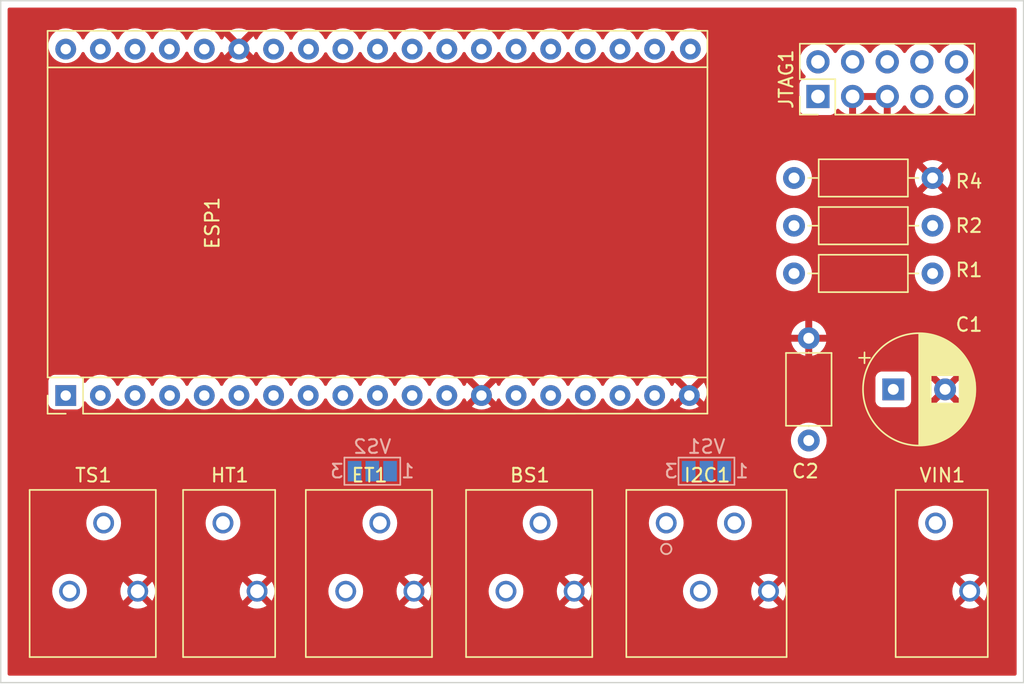
<source format=kicad_pcb>
(kicad_pcb (version 20211014) (generator pcbnew)
  (layers (0 "F.Cu" signal) (31 "B.Cu" signal) (34 "B.Paste" user) (35 "F.Paste" user) (36 "B.SilkS" user "B.Silkscreen") (37 "F.SilkS" user "F.Silkscreen") (38 "B.Mask" user) (39 "F.Mask" user) (44 "Edge.Cuts" user))
  (net 0 "")
  (net 1 "IO16")
  (net 2 "+3V3")
  (net 3 "GND")
  (net 7 "TDO")
  (net 8 "IO2")
  (net 14 "IO19")
  (net 15 "SDA")
  (net 18 "SCL")
  (net 20 "RST")
  (net 24 "IO25")
  (net 27 "TMS")
  (net 28 "TDI")
  (net 29 "TCK")
  (net 33 "+5V")
  (net 34 "Net-(I2C1-Pad3)")
  (net 37 "Net-(ET1-Pad2)")
  (footprint "Connector_Wago:250-402" (layer "F.Cu") (at 116.3001 113.3)
    (fp_text reference "HT1" (at 0.5 -3.5) (layer "F.SilkS"))
    (fp_text value "Conn_01x02")
    (fp_line (start 3.826901 -2.427001) (end -2.927101 -2.427001) (layer "F.SilkS") (width 0.12))
    (fp_line (start -2.927101 -2.427001) (end -2.927101 9.826999) (layer "F.SilkS") (width 0.12))
    (fp_line (start 3.826901 9.826999) (end 3.826901 -2.427001) (layer "F.SilkS") (width 0.12))
    (fp_line (start -2.927101 9.826999) (end 3.826901 9.826999) (layer "F.SilkS") (width 0.12))
    (pad "1" thru_hole circle (at 0 0) (size 1.524 1.524) (drill 1.016) (layers *.Cu *.Mask) (net 14 "IO19"))
    (pad "2" thru_hole circle (at 2.5 5) (size 1.524 1.524) (drill 1.016) (layers *.Cu *.Mask) (net 3 "GND"))
  )
  (footprint "Capacitor_THT:C_Axial_L5.1mm_D3.1mm_P7.50mm_Horizontal" (layer "F.Cu") (at 159.25 107.25 90)
    (fp_text reference "C2" (at -2.25 -0.25 180) (layer "F.SilkS"))
    (fp_text value "100 nF")
    (fp_line (start 1.08 1.67) (end 6.42 1.67) (layer "F.SilkS") (width 0.12))
    (fp_line (start 6.42 -1.67) (end 1.08 -1.67) (layer "F.SilkS") (width 0.12))
    (fp_line (start 1.08 -1.67) (end 1.08 1.67) (layer "F.SilkS") (width 0.12))
    (fp_line (start 6.42 1.67) (end 6.42 -1.67) (layer "F.SilkS") (width 0.12))
    (fp_line (start 1.04 0) (end 1.08 0) (layer "F.SilkS") (width 0.12))
    (fp_line (start 6.46 0) (end 6.42 0) (layer "F.SilkS") (width 0.12))
    (pad "1" thru_hole circle locked (at 0 0 90) (size 1.6 1.6) (drill 0.8) (layers *.Cu *.Mask) (net 33 "+5V"))
    (pad "2" thru_hole oval locked (at 7.5 0 90) (size 1.6 1.6) (drill 0.8) (layers *.Cu *.Mask) (net 3 "GND"))
  )
  (footprint "Connector_Wago:250-403" (layer "F.Cu") (at 125.3001 118.3)
    (fp_text reference "ET1" (at 1.75 -8.5) (layer "F.SilkS"))
    (fp_text value "Conn_01x03")
    (fp_line (start -2.927099 4.826998) (end 6.326899 4.826998) (layer "F.SilkS") (width 0.12))
    (fp_line (start -2.927099 -7.427001) (end -2.927099 4.826998) (layer "F.SilkS") (width 0.12))
    (fp_line (start 6.326899 4.826998) (end 6.326899 -7.427001) (layer "F.SilkS") (width 0.12))
    (fp_line (start 6.326899 -7.427001) (end -2.927099 -7.427001) (layer "F.SilkS") (width 0.12))
    (pad "1" thru_hole circle (at 0 0) (size 1.524 1.524) (drill 1.016) (layers *.Cu *.Mask) (net 24 "IO25"))
    (pad "2" thru_hole circle (at 2.5 -5) (size 1.524 1.524) (drill 1.016) (layers *.Cu *.Mask) (net 37 "Net-(ET1-Pad2)"))
    (pad "3" thru_hole circle (at 5 0) (size 1.524 1.524) (drill 1.016) (layers *.Cu *.Mask) (net 3 "GND"))
  )
  (footprint "Resistor_THT:R_Axial_DIN0207_L6.3mm_D2.5mm_P10.16mm_Horizontal" (layer "F.Cu") (at 158.17 95)
    (fp_text reference "R1" (at 12.83 -0.25) (layer "F.SilkS"))
    (fp_text value "4K7 Ω")
    (fp_line (start 9.12 0) (end 8.35 0) (layer "F.SilkS") (width 0.12))
    (fp_line (start 8.35 1.37) (end 8.35 -1.37) (layer "F.SilkS") (width 0.12))
    (fp_line (start 1.81 -1.37) (end 1.81 1.37) (layer "F.SilkS") (width 0.12))
    (fp_line (start 1.04 0) (end 1.81 0) (layer "F.SilkS") (width 0.12))
    (fp_line (start 1.81 1.37) (end 8.35 1.37) (layer "F.SilkS") (width 0.12))
    (fp_line (start 8.35 -1.37) (end 1.81 -1.37) (layer "F.SilkS") (width 0.12))
    (pad "1" thru_hole circle locked (at 0 0) (size 1.6 1.6) (drill 0.8) (layers *.Cu *.Mask) (net 18 "SCL"))
    (pad "2" thru_hole oval locked (at 10.16 0) (size 1.6 1.6) (drill 0.8) (layers *.Cu *.Mask) (net 34 "Net-(I2C1-Pad3)"))
  )
  (footprint "Connector_Wago:250-403" (layer "F.Cu") (at 105.0501 118.3)
    (fp_text reference "TS1" (at 1.75 -8.5) (layer "F.SilkS"))
    (fp_text value "Conn_01x03")
    (fp_line (start -2.927099 -7.427001) (end -2.927099 4.826998) (layer "F.SilkS") (width 0.12))
    (fp_line (start -2.927099 4.826998) (end 6.326899 4.826998) (layer "F.SilkS") (width 0.12))
    (fp_line (start 6.326899 -7.427001) (end -2.927099 -7.427001) (layer "F.SilkS") (width 0.12))
    (fp_line (start 6.326899 4.826998) (end 6.326899 -7.427001) (layer "F.SilkS") (width 0.12))
    (pad "1" thru_hole circle (at 0 0) (size 1.524 1.524) (drill 1.016) (layers *.Cu *.Mask) (net 8 "IO2"))
    (pad "2" thru_hole circle (at 2.5 -5) (size 1.524 1.524) (drill 1.016) (layers *.Cu *.Mask) (net 2 "+3V3"))
    (pad "3" thru_hole circle (at 5 0) (size 1.524 1.524) (drill 1.016) (layers *.Cu *.Mask) (net 3 "GND"))
  )
  (footprint "Resistor_THT:R_Axial_DIN0207_L6.3mm_D2.5mm_P10.16mm_Horizontal" (layer "F.Cu") (at 168.33 88 180)
    (fp_text reference "R4" (at -2.67 -0.25) (layer "F.SilkS"))
    (fp_text value "51K Ω")
    (fp_line (start 8.35 1.37) (end 8.35 -1.37) (layer "F.SilkS") (width 0.12))
    (fp_line (start 1.04 0) (end 1.81 0) (layer "F.SilkS") (width 0.12))
    (fp_line (start 1.81 1.37) (end 8.35 1.37) (layer "F.SilkS") (width 0.12))
    (fp_line (start 8.35 -1.37) (end 1.81 -1.37) (layer "F.SilkS") (width 0.12))
    (fp_line (start 9.12 0) (end 8.35 0) (layer "F.SilkS") (width 0.12))
    (fp_line (start 1.81 -1.37) (end 1.81 1.37) (layer "F.SilkS") (width 0.12))
    (pad "1" thru_hole circle locked (at 0 0 180) (size 1.6 1.6) (drill 0.8) (layers *.Cu *.Mask) (net 3 "GND"))
    (pad "2" thru_hole oval locked (at 10.16 0 180) (size 1.6 1.6) (drill 0.8) (layers *.Cu *.Mask) (net 1 "IO16"))
  )
  (footprint "Connector_Wago:250-402" (layer "F.Cu") (at 168.5501 113.3)
    (fp_text reference "VIN1" (at 0.5 -3.5) (layer "F.SilkS"))
    (fp_text value "Conn_01x02")
    (fp_line (start -2.927101 9.826999) (end 3.826901 9.826999) (layer "F.SilkS") (width 0.12))
    (fp_line (start -2.927101 -2.427001) (end -2.927101 9.826999) (layer "F.SilkS") (width 0.12))
    (fp_line (start 3.826901 9.826999) (end 3.826901 -2.427001) (layer "F.SilkS") (width 0.12))
    (fp_line (start 3.826901 -2.427001) (end -2.927101 -2.427001) (layer "F.SilkS") (width 0.12))
    (pad "1" thru_hole circle (at 0 0) (size 1.524 1.524) (drill 1.016) (layers *.Cu *.Mask) (net 33 "+5V"))
    (pad "2" thru_hole circle (at 2.5 5) (size 1.524 1.524) (drill 1.016) (layers *.Cu *.Mask) (net 3 "GND"))
  )
  (footprint "Connector_Wago:250-403" (layer "F.Cu") (at 137.0501 118.3)
    (fp_text reference "BS1" (at 1.75 -8.5) (layer "F.SilkS"))
    (fp_text value "Conn_01x03")
    (fp_line (start 6.326899 -7.427001) (end -2.927099 -7.427001) (layer "F.SilkS") (width 0.12))
    (fp_line (start -2.927099 -7.427001) (end -2.927099 4.826998) (layer "F.SilkS") (width 0.12))
    (fp_line (start -2.927099 4.826998) (end 6.326899 4.826998) (layer "F.SilkS") (width 0.12))
    (fp_line (start 6.326899 4.826998) (end 6.326899 -7.427001) (layer "F.SilkS") (width 0.12))
    (pad "1" thru_hole circle (at 0 0) (size 1.524 1.524) (drill 1.016) (layers *.Cu *.Mask) (net 1 "IO16"))
    (pad "2" thru_hole circle (at 2.5 -5) (size 1.524 1.524) (drill 1.016) (layers *.Cu *.Mask) (net 2 "+3V3"))
    (pad "3" thru_hole circle (at 5 0) (size 1.524 1.524) (drill 1.016) (layers *.Cu *.Mask) (net 3 "GND"))
  )
  (footprint "Module:NodeMCU DevKitC v4" (layer "F.Cu") (at 104.77 103.9525 90)
    (fp_text reference "ESP1" (at 12.65 10.75 90) (layer "F.SilkS"))
    (fp_text value "NodeMCU_DevKitC_v4")
    (fp_line (start 0 -1.33) (end -1.33 -1.33) (layer "F.SilkS") (width 0.12))
    (fp_line (start -1.33 -1.33) (end -1.33 0) (layer "F.SilkS") (width 0.12))
    (fp_line (start 1.33 -1.33) (end 26.74 -1.33) (layer "F.SilkS") (width 0.12))
    (fp_line (start -1.325 47.05) (end -1.33 1.27) (layer "F.SilkS") (width 0.12))
    (fp_line (start 26.745 47.05) (end -1.325 47.05) (layer "F.SilkS") (width 0.12))
    (fp_line (start 26.74 -1.33) (end 26.745 47.05) (layer "F.SilkS") (width 0.12))
    (fp_line (start -1.33 1.27) (end 1.33 1.27) (layer "F.SilkS") (width 0.12))
    (fp_line (start 1.33 -1.33) (end 1.33 47.025) (layer "F.SilkS") (width 0.12))
    (fp_line (start 24.075 47.05) (end 24.06 -1.33) (layer "F.SilkS") (width 0.12))
    (pad "1" thru_hole rect (at 0 0 90) (size 1.524 1.524) (drill 0.762) (layers *.Cu *.Mask))
    (pad "2" thru_hole circle (at 0 2.54 90) (size 1.524 1.524) (drill 0.762) (layers *.Cu *.Mask))
    (pad "3" thru_hole circle (at 0 5.08 90) (size 1.524 1.524) (drill 0.762) (layers *.Cu *.Mask))
    (pad "4" thru_hole circle (at 0 7.62 90) (size 1.524 1.524) (drill 0.762) (layers *.Cu *.Mask) (net 7 "TDO"))
    (pad "5" thru_hole circle (at 0 10.16 90) (size 1.524 1.524) (drill 0.762) (layers *.Cu *.Mask) (net 8 "IO2"))
    (pad "6" thru_hole circle (at 0 12.7 90) (size 1.524 1.524) (drill 0.762) (layers *.Cu *.Mask))
    (pad "7" thru_hole circle (at 0 15.24 90) (size 1.524 1.524) (drill 0.762) (layers *.Cu *.Mask))
    (pad "8" thru_hole circle (at 0 17.78 90) (size 1.524 1.524) (drill 0.762) (layers *.Cu *.Mask) (net 1 "IO16"))
    (pad "9" thru_hole circle (at 0 20.32 90) (size 1.524 1.524) (drill 0.762) (layers *.Cu *.Mask))
    (pad "10" thru_hole circle (at 0 22.86 90) (size 1.524 1.524) (drill 0.762) (layers *.Cu *.Mask))
    (pad "11" thru_hole circle (at 0 25.4 90) (size 1.524 1.524) (drill 0.762) (layers *.Cu *.Mask))
    (pad "12" thru_hole circle (at 0 27.94 90) (size 1.524 1.524) (drill 0.762) (layers *.Cu *.Mask) (net 14 "IO19"))
    (pad "13" thru_hole circle (at 0 30.48 90) (size 1.524 1.524) (drill 0.762) (layers *.Cu *.Mask) (net 3 "GND"))
    (pad "14" thru_hole circle (at 0 33.02 90) (size 1.524 1.524) (drill 0.762) (layers *.Cu *.Mask) (net 15 "SDA"))
    (pad "15" thru_hole circle (at 0 35.56 90) (size 1.524 1.524) (drill 0.762) (layers *.Cu *.Mask))
    (pad "16" thru_hole circle (at 0 38.1 90) (size 1.524 1.524) (drill 0.762) (layers *.Cu *.Mask))
    (pad "17" thru_hole circle (at 0 40.64 90) (size 1.524 1.524) (drill 0.762) (layers *.Cu *.Mask) (net 18 "SCL"))
    (pad "18" thru_hole circle (at 0 43.18 90) (size 1.524 1.524) (drill 0.762) (layers *.Cu *.Mask))
    (pad "19" thru_hole circle (at 0 45.72 90) (size 1.524 1.524) (drill 0.762) (layers *.Cu *.Mask) (net 3 "GND"))
    (pad "20" thru_hole circle (at 25.4 45.8 90) (size 1.524 1.524) (drill 0.762) (layers *.Cu *.Mask) (net 2 "+3V3"))
    (pad "21" thru_hole circle (at 25.4 43.18 90) (size 1.524 1.524) (drill 0.762) (layers *.Cu *.Mask) (net 20 "RST"))
    (pad "22" thru_hole circle (at 25.4 40.64 90) (size 1.524 1.524) (drill 0.762) (layers *.Cu *.Mask))
    (pad "23" thru_hole circle (at 25.4 38.1 90) (size 1.524 1.524) (drill 0.762) (layers *.Cu *.Mask))
    (pad "24" thru_hole circle (at 25.4 35.56 90) (size 1.524 1.524) (drill 0.762) (layers *.Cu *.Mask))
    (pad "25" thru_hole circle (at 25.4 33.02 90) (size 1.524 1.524) (drill 0.762) (layers *.Cu *.Mask))
    (pad "26" thru_hole circle (at 25.4 30.48 90) (size 1.524 1.524) (drill 0.762) (layers *.Cu *.Mask))
    (pad "27" thru_hole circle (at 25.4 27.94 90) (size 1.524 1.524) (drill 0.762) (layers *.Cu *.Mask))
    (pad "28" thru_hole circle (at 25.4 25.4 90) (size 1.524 1.524) (drill 0.762) (layers *.Cu *.Mask) (net 24 "IO25"))
    (pad "29" thru_hole circle (at 25.4 22.86 90) (size 1.524 1.524) (drill 0.762) (layers *.Cu *.Mask))
    (pad "30" thru_hole circle (at 25.4 20.32 90) (size 1.524 1.524) (drill 0.762) (layers *.Cu *.Mask))
    (pad "31" thru_hole circle (at 25.4 17.8 90) (size 1.524 1.524) (drill 0.762) (layers *.Cu *.Mask) (net 27 "TMS"))
    (pad "32" thru_hole circle (at 25.4 15.24 90) (size 1.524 1.524) (drill 0.762) (layers *.Cu *.Mask) (net 28 "TDI"))
    (pad "33" thru_hole circle (at 25.4 12.7 90) (size 1.524 1.524) (drill 0.762) (layers *.Cu *.Mask) (net 3 "GND"))
    (pad "34" thru_hole circle (at 25.4 10.16 90) (size 1.524 1.524) (drill 0.762) (layers *.Cu *.Mask) (net 29 "TCK"))
    (pad "35" thru_hole circle (at 25.4 7.6 90) (size 1.524 1.524) (drill 0.762) (layers *.Cu *.Mask))
    (pad "36" thru_hole circle (at 25.4 5.08 90) (size 1.524 1.524) (drill 0.762) (layers *.Cu *.Mask))
    (pad "37" thru_hole circle (at 25.4 2.54 90) (size 1.524 1.524) (drill 0.762) (layers *.Cu *.Mask))
    (pad "38" thru_hole circle (at 25.4 0 90) (size 1.524 1.524) (drill 0.762) (layers *.Cu *.Mask) (net 33 "+5V"))
  )
  (footprint "Capacitor_THT:CP_Radial_D8.0mm_P3.80mm" (layer "F.Cu") (at 165.4473 103.5)
    (fp_text reference "C1" (at 5.552651 -4.75) (layer "F.SilkS"))
    (fp_text value "220 μF")
    (fp_line (start 3.101 1.04) (end 3.101 3.902) (layer "F.SilkS") (width 0.12))
    (fp_line (start 4.421 -3.22) (end 4.421 -1.04) (layer "F.SilkS") (width 0.12))
    (fp_line (start 2.781 1.04) (end 2.781 3.985) (layer "F.SilkS") (width 0.12))
    (fp_line (start 3.381 1.04) (end 3.381 3.805) (layer "F.SilkS") (width 0.12))
    (fp_line (start 4.021 -3.493) (end 4.021 -1.04) (layer "F.SilkS") (width 0.12))
    (fp_line (start 4.261 -3.338) (end 4.261 -1.04) (layer "F.SilkS") (width 0.12))
    (fp_line (start 3.741 1.04) (end 3.741 3.647) (layer "F.SilkS") (width 0.12))
    (fp_line (start 4.301 1.04) (end 4.301 3.309) (layer "F.SilkS") (width 0.12))
    (fp_line (start 3.901 -3.562) (end 3.901 -1.04) (layer "F.SilkS") (width 0.12))
    (fp_line (start 2.42 -4.048) (end 2.42 4.048) (layer "F.SilkS") (width 0.12))
    (fp_line (start 5.061 -2.604) (end 5.061 2.604) (layer "F.SilkS") (width 0.12))
    (fp_line (start 2.1 -4.076) (end 2.1 4.076) (layer "F.SilkS") (width 0.12))
    (fp_line (start 3.021 1.04) (end 3.021 3.925) (layer "F.SilkS") (width 0.12))
    (fp_line (start 5.421 -2.102) (end 5.421 2.102) (layer "F.SilkS") (width 0.12))
    (fp_line (start 4.221 1.04) (end 4.221 3.365) (layer "F.SilkS") (width 0.12))
    (fp_line (start 5.381 -2.166) (end 5.381 2.166) (layer "F.SilkS") (width 0.12))
    (fp_line (start 5.741 -1.453) (end 5.741 1.453) (layer "F.SilkS") (width 0.12))
    (fp_line (start 2.981 -3.936) (end 2.981 -1.04) (layer "F.SilkS") (width 0.12))
    (fp_line (start 3.101 -3.902) (end 3.101 -1.04) (layer "F.SilkS") (width 0.12))
    (fp_line (start 3.861 -3.584) (end 3.861 -1.04) (layer "F.SilkS") (width 0.12))
    (fp_line (start 4.741 1.04) (end 4.741 2.945) (layer "F.SilkS") (width 0.12))
    (fp_line (start 2.621 -4.017) (end 2.621 4.017) (layer "F.SilkS") (width 0.12))
    (fp_line (start 3.701 1.04) (end 3.701 3.666) (layer "F.SilkS") (width 0.12))
    (fp_line (start 2.3 -4.061) (end 2.3 4.061) (layer "F.SilkS") (width 0.12))
    (fp_line (start 5.461 -2.034) (end 5.461 2.034) (layer "F.SilkS") (width 0.12))
    (fp_line (start 2.22 -4.068) (end 2.22 4.068) (layer "F.SilkS") (width 0.12))
    (fp_line (start 1.98 -4.08) (end 1.98 4.08) (layer "F.SilkS") (width 0.12))
    (fp_line (start 4.381 -3.25) (end 4.381 -1.04) (layer "F.SilkS") (width 0.12))
    (fp_line (start 2.901 -3.957) (end 2.901 -1.04) (layer "F.SilkS") (width 0.12))
    (fp_line (start 4.821 1.04) (end 4.821 2.867) (layer "F.SilkS") (width 0.12))
    (fp_line (start 5.181 -2.454) (end 5.181 2.454) (layer "F.SilkS") (width 0.12))
    (fp_line (start 3.621 -3.704) (end 3.621 -1.04) (layer "F.SilkS") (width 0.12))
    (fp_line (start 4.021 1.04) (end 4.021 3.493) (layer "F.SilkS") (width 0.12))
    (fp_line (start 3.301 -3.835) (end 3.301 -1.04) (layer "F.SilkS") (width 0.12))
    (fp_line (start 3.261 -3.85) (end 3.261 -1.04) (layer "F.SilkS") (width 0.12))
    (fp_line (start 4.141 -3.418) (end 4.141 -1.04) (layer "F.SilkS") (width 0.12))
    (fp_line (start 3.781 1.04) (end 3.781 3.627) (layer "F.SilkS") (width 0.12))
    (fp_line (start 4.741 -2.945) (end 4.741 -1.04) (layer "F.SilkS") (width 0.12))
    (fp_line (start 3.661 1.04) (end 3.661 3.686) (layer "F.SilkS") (width 0.12))
    (fp_line (start 2.02 -4.079) (end 2.02 4.079) (layer "F.SilkS") (width 0.12))
    (fp_line (start 3.901 1.04) (end 3.901 3.562) (layer "F.SilkS") (width 0.12))
    (fp_line (start 3.221 -3.863) (end 3.221 -1.04) (layer "F.SilkS") (width 0.12))
    (fp_line (start 5.021 -2.651) (end 5.021 2.651) (layer "F.SilkS") (width 0.12))
    (fp_line (start 3.261 1.04) (end 3.261 3.85) (layer "F.SilkS") (width 0.12))
    (fp_line (start 3.381 -3.805) (end 3.381 -1.04) (layer "F.SilkS") (width 0.12))
    (fp_line (start 3.661 -3.686) (end 3.661 -1.04) (layer "F.SilkS") (width 0.12))
    (fp_line (start 3.941 1.04) (end 3.941 3.54) (layer "F.SilkS") (width 0.12))
    (fp_line (start 4.341 -3.28) (end 4.341 -1.04) (layer "F.SilkS") (width 0.12))
    (fp_line (start 4.501 1.04) (end 4.501 3.156) (layer "F.SilkS") (width 0.12))
    (fp_line (start 3.181 -3.877) (end 3.181 -1.04) (layer "F.SilkS") (width 0.12))
    (fp_line (start 4.661 1.04) (end 4.661 3.019) (layer "F.SilkS") (width 0.12))
    (fp_line (start 5.901 -0.948) (end 5.901 0.948) (layer "F.SilkS") (width 0.12))
    (fp_line (start 4.701 1.04) (end 4.701 2.983) (layer "F.SilkS") (width 0.12))
    (fp_line (start 5.941 -0.768) (end 5.941 0.768) (layer "F.SilkS") (width 0.12))
    (fp_line (start 3.301 1.04) (end 3.301 3.835) (layer "F.SilkS") (width 0.12))
    (fp_line (start 5.341 -2.228) (end 5.341 2.228) (layer "F.SilkS") (width 0.12))
    (fp_line (start 2.901 1.04) (end 2.901 3.957) (layer "F.SilkS") (width 0.12))
    (fp_line (start 5.141 -2.505) (end 5.141 2.505) (layer "F.SilkS") (width 0.12))
    (fp_line (start 5.781 -1.346) (end 5.781 1.346) (layer "F.SilkS") (width 0.12))
    (fp_line (start 4.861 -2.826) (end 4.861 2.826) (layer "F.SilkS") (width 0.12))
    (fp_line (start 5.261 -2.345) (end 5.261 2.345) (layer "F.SilkS") (width 0.12))
    (fp_line (start 2.661 -4.01) (end 2.661 4.01) (layer "F.SilkS") (width 0.12))
    (fp_line (start 4.061 -3.469) (end 4.061 -1.04) (layer "F.SilkS") (width 0.12))
    (fp_line (start 4.541 1.04) (end 4.541 3.124) (layer "F.SilkS") (width 0.12))
    (fp_line (start -2.509698 -2.315) (end -1.709698 -2.315) (layer "F.SilkS") (width 0.12))
    (fp_line (start 3.421 -3.79) (end 3.421 -1.04) (layer "F.SilkS") (width 0.12))
    (fp_line (start -2.109698 -2.715) (end -2.109698 -1.915) (layer "F.SilkS") (width 0.12))
    (fp_line (start 2.14 -4.074) (end 2.14 4.074) (layer "F.SilkS") (width 0.12))
    (fp_line (start 5.701 -1.552) (end 5.701 1.552) (layer "F.SilkS") (width 0.12))
    (fp_line (start 4.341 1.04) (end 4.341 3.28) (layer "F.SilkS") (width 0.12))
    (fp_line (start 3.501 1.04) (end 3.501 3.757) (layer "F.SilkS") (width 0.12))
    (fp_line (start 4.581 -3.09) (end 4.581 -1.04) (layer "F.SilkS") (width 0.12))
    (fp_line (start 3.541 -3.74) (end 3.541 -1.04) (layer "F.SilkS") (width 0.12))
    (fp_line (start 4.541 -3.124) (end 4.541 -1.04) (layer "F.SilkS") (width 0.12))
    (fp_line (start 3.821 -3.606) (end 3.821 -1.04) (layer "F.SilkS") (width 0.12))
    (fp_line (start 2.701 -4.002) (end 2.701 4.002) (layer "F.SilkS") (width 0.12))
    (fp_line (start 4.181 1.04) (end 4.181 3.392) (layer "F.SilkS") (width 0.12))
    (fp_line (start 2.54 -4.03) (end 2.54 4.03) (layer "F.SilkS") (width 0.12))
    (fp_line (start 2.46 -4.042) (end 2.46 4.042) (layer "F.SilkS") (width 0.12))
    (fp_line (start 4.621 1.04) (end 4.621 3.055) (layer "F.SilkS") (width 0.12))
    (fp_line (start 2.5 -4.037) (end 2.5 4.037) (layer "F.SilkS") (width 0.12))
    (fp_line (start 1.94 -4.08) (end 1.94 4.08) (layer "F.SilkS") (width 0.12))
    (fp_line (start 4.381 1.04) (end 4.381 3.25) (layer "F.SilkS") (width 0.12))
    (fp_line (start 3.541 1.04) (end 3.541 3.74) (layer "F.SilkS") (width 0.12))
    (fp_line (start 5.301 -2.287) (end 5.301 2.287) (layer "F.SilkS") (width 0.12))
    (fp_line (start 2.34 -4.057) (end 2.34 4.057) (layer "F.SilkS") (width 0.12))
    (fp_line (start 3.341 1.04) (end 3.341 3.821) (layer "F.SilkS") (width 0.12))
    (fp_line (start 3.061 -3.914) (end 3.061 -1.04) (layer "F.SilkS") (width 0.12))
    (fp_line (start 5.861 -1.098) (end 5.861 1.098) (layer "F.SilkS") (width 0.12))
    (fp_line (start 3.861 1.04) (end 3.861 3.584) (layer "F.SilkS") (width 0.12))
    (fp_line (start 4.461 1.04) (end 4.461 3.189) (layer "F.SilkS") (width 0.12))
    (fp_line (start 2.58 -4.024) (end 2.58 4.024) (layer "F.SilkS") (width 0.12))
    (fp_line (start 5.541 -1.89) (end 5.541 1.89) (layer "F.SilkS") (width 0.12))
    (fp_line (start 4.981 -2.697) (end 4.981 2.697) (layer "F.SilkS") (width 0.12))
    (fp_line (start 2.941 -3.947) (end 2.941 -1.04) (layer "F.SilkS") (width 0.12))
    (fp_line (start 3.501 -3.757) (end 3.501 -1.04) (layer "F.SilkS") (width 0.12))
    (fp_line (start 3.221 1.04) (end 3.221 3.863) (layer "F.SilkS") (width 0.12))
    (fp_line (start 5.101 -2.556) (end 5.101 2.556) (layer "F.SilkS") (width 0.12))
    (fp_line (start 4.261 1.04) (end 4.261 3.338) (layer "F.SilkS") (width 0.12))
    (fp_line (start 2.06 -4.077) (end 2.06 4.077) (layer "F.SilkS") (width 0.12))
    (fp_line (start 4.661 -3.019) (end 4.661 -1.04) (layer "F.SilkS") (width 0.12))
    (fp_line (start 4.461 -3.189) (end 4.461 -1.04) (layer "F.SilkS") (width 0.12))
    (fp_line (start 3.781 -3.627) (end 3.781 -1.04) (layer "F.SilkS") (width 0.12))
    (fp_line (start 3.341 -3.821) (end 3.341 -1.04) (layer "F.SilkS") (width 0.12))
    (fp_line (start 2.781 -3.985) (end 2.781 -1.04) (layer "F.SilkS") (width 0.12))
    (fp_line (start 4.301 -3.309) (end 4.301 -1.04) (layer "F.SilkS") (width 0.12))
    (fp_line (start 2.18 -4.071) (end 2.18 4.071) (layer "F.SilkS") (width 0.12))
    (fp_line (start 4.181 -3.392) (end 4.181 -1.04) (layer "F.SilkS") (width 0.12))
    (fp_line (start 3.821 1.04) (end 3.821 3.606) (layer "F.SilkS") (width 0.12))
    (fp_line (start 3.981 1.04) (end 3.981 3.517) (layer "F.SilkS") (width 0.12))
    (fp_line (start 4.781 -2.907) (end 4.781 -1.04) (layer "F.SilkS") (width 0.12))
    (fp_line (start 4.941 -2.741) (end 4.941 2.741) (layer "F.SilkS") (width 0.12))
    (fp_line (start 3.581 -3.722) (end 3.581 -1.04) (layer "F.SilkS") (width 0.12))
    (fp_line (start 5.821 -1.229) (end 5.821 1.229) (layer "F.SilkS") (width 0.12))
    (fp_line (start 4.781 1.04) (end 4.781 2.907) (layer "F.SilkS") (width 0.12))
    (fp_line (start 3.741 -3.647) (end 3.741 -1.04) (layer "F.SilkS") (width 0.12))
    (fp_line (start 4.621 -3.055) (end 4.621 -1.04) (layer "F.SilkS") (width 0.12))
    (fp_line (start 4.421 1.04) (end 4.421 3.22) (layer "F.SilkS") (width 0.12))
    (fp_line (start 2.38 -4.052) (end 2.38 4.052) (layer "F.SilkS") (width 0.12))
    (fp_line (start 5.581 -1.813) (end 5.581 1.813) (layer "F.SilkS") (width 0.12))
    (fp_line (start 2.26 -4.065) (end 2.26 4.065) (layer "F.SilkS") (width 0.12))
    (fp_line (start 4.101 -3.444) (end 4.101 -1.04) (layer "F.SilkS") (width 0.12))
    (fp_line (start 4.821 -2.867) (end 4.821 -1.04) (layer "F.SilkS") (width 0.12))
    (fp_line (start 3.581 1.04) (end 3.581 3.722) (layer "F.SilkS") (width 0.12))
    (fp_line (start 4.581 1.04) (end 4.581 3.09) (layer "F.SilkS") (width 0.12))
    (fp_line (start 3.941 -3.54) (end 3.941 -1.04) (layer "F.SilkS") (width 0.12))
    (fp_line (start 5.501 -1.964) (end 5.501 1.964) (layer "F.SilkS") (width 0.12))
    (fp_line (start 3.701 -3.666) (end 3.701 -1.04) (layer "F.SilkS") (width 0.12))
    (fp_line (start 4.061 1.04) (end 4.061 3.469) (layer "F.SilkS") (width 0.12))
    (fp_line (start 3.461 1.04) (end 3.461 3.774) (layer "F.SilkS") (width 0.12))
    (fp_line (start 5.981 -0.533) (end 5.981 0.533) (layer "F.SilkS") (width 0.12))
    (fp_line (start 3.141 -3.889) (end 3.141 -1.04) (layer "F.SilkS") (width 0.12))
    (fp_line (start 3.621 1.04) (end 3.621 3.704) (layer "F.SilkS") (width 0.12))
    (fp_line (start 2.821 1.04) (end 2.821 3.976) (layer "F.SilkS") (width 0.12))
    (fp_line (start 3.061 1.04) (end 3.061 3.914) (layer "F.SilkS") (width 0.12))
    (fp_line (start 2.941 1.04) (end 2.941 3.947) (layer "F.SilkS") (width 0.12))
    (fp_line (start 2.981 1.04) (end 2.981 3.936) (layer "F.SilkS") (width 0.12))
    (fp_line (start 5.221 -2.4) (end 5.221 2.4) (layer "F.SilkS") (width 0.12))
    (fp_line (start 2.821 -3.976) (end 2.821 -1.04) (layer "F.SilkS") (width 0.12))
    (fp_line (start 3.141 1.04) (end 3.141 3.889) (layer "F.SilkS") (width 0.12))
    (fp_line (start 5.621 -1.731) (end 5.621 1.731) (layer "F.SilkS") (width 0.12))
    (fp_line (start 4.141 1.04) (end 4.141 3.418) (layer "F.SilkS") (width 0.12))
    (fp_line (start 1.9 -4.08) (end 1.9 4.08) (layer "F.SilkS") (width 0.12))
    (fp_line (start 2.861 1.04) (end 2.861 3.967) (layer "F.SilkS") (width 0.12))
    (fp_line (start 4.901 -2.784) (end 4.901 2.784) (layer "F.SilkS") (width 0.12))
    (fp_line (start 2.861 -3.967) (end 2.861 -1.04) (layer "F.SilkS") (width 0.12))
    (fp_line (start 3.421 1.04) (end 3.421 3.79) (layer "F.SilkS") (width 0.12))
    (fp_line (start 3.021 -3.925) (end 3.021 -1.04) (layer "F.SilkS") (width 0.12))
    (fp_line (start 5.661 -1.645) (end 5.661 1.645) (layer "F.SilkS") (width 0.12))
    (fp_line (start 4.221 -3.365) (end 4.221 -1.04) (layer "F.SilkS") (width 0.12))
    (fp_line (start 4.701 -2.983) (end 4.701 -1.04) (layer "F.SilkS") (width 0.12))
    (fp_line (start 2.741 -3.994) (end 2.741 3.994) (layer "F.SilkS") (width 0.12))
    (fp_line (start 4.501 -3.156) (end 4.501 -1.04) (layer "F.SilkS") (width 0.12))
    (fp_line (start 3.981 -3.517) (end 3.981 -1.04) (layer "F.SilkS") (width 0.12))
    (fp_line (start 4.101 1.04) (end 4.101 3.444) (layer "F.SilkS") (width 0.12))
    (fp_line (start 3.461 -3.774) (end 3.461 -1.04) (layer "F.SilkS") (width 0.12))
    (fp_line (start 3.181 1.04) (end 3.181 3.877) (layer "F.SilkS") (width 0.12))
    (fp_circle (center 1.9 0) (end 6.02 0) (layer "F.SilkS") (width 0.12) (fill none))
    (pad "1" thru_hole rect locked (at 0 0) (size 1.6 1.6) (drill 0.8) (layers *.Cu *.Mask) (net 33 "+5V"))
    (pad "2" thru_hole circle locked (at 3.8 0) (size 1.6 1.6) (drill 0.8) (layers *.Cu *.Mask) (net 3 "GND"))
  )
  (footprint "Connector_PinHeader_2.54mm:PinHeader_2x05_P2.54mm_Vertical" (layer "F.Cu") (at 159.925 82.025 90)
    (fp_text reference "JTAG1" (at 1.27 -2.33 90) (layer "F.SilkS"))
    (fp_text value "Conn_ARM_JTAG_SWD_10")
    (fp_line (start -1.33 0) (end -1.33 -1.33) (layer "F.SilkS") (width 0.12))
    (fp_line (start -1.33 -1.33) (end 0 -1.33) (layer "F.SilkS") (width 0.12))
    (fp_line (start -1.33 11.49) (end 3.87 11.49) (layer "F.SilkS") (width 0.12))
    (fp_line (start -1.33 1.27) (end -1.33 11.49) (layer "F.SilkS") (width 0.12))
    (fp_line (start -1.33 1.27) (end 1.27 1.27) (layer "F.SilkS") (width 0.12))
    (fp_line (start 1.27 -1.33) (end 3.87 -1.33) (layer "F.SilkS") (width 0.12))
    (fp_line (start 3.87 -1.33) (end 3.87 11.49) (layer "F.SilkS") (width 0.12))
    (fp_line (start 1.27 1.27) (end 1.27 -1.33) (layer "F.SilkS") (width 0.12))
    (pad "1" thru_hole rect locked (at 0 0 90) (size 1.7 1.7) (drill 1) (layers *.Cu *.Mask) (net 2 "+3V3"))
    (pad "2" thru_hole oval locked (at 2.54 0 90) (size 1.7 1.7) (drill 1) (layers *.Cu *.Mask) (net 27 "TMS"))
    (pad "3" thru_hole oval locked (at 0 2.54 90) (size 1.7 1.7) (drill 1) (layers *.Cu *.Mask) (net 3 "GND"))
    (pad "4" thru_hole oval locked (at 2.54 2.54 90) (size 1.7 1.7) (drill 1) (layers *.Cu *.Mask) (net 29 "TCK"))
    (pad "5" thru_hole oval locked (at 0 5.08 90) (size 1.7 1.7) (drill 1) (layers *.Cu *.Mask) (net 3 "GND"))
    (pad "6" thru_hole oval locked (at 2.54 5.08 90) (size 1.7 1.7) (drill 1) (layers *.Cu *.Mask) (net 7 "TDO"))
    (pad "7" thru_hole oval locked (at 0 7.62 90) (size 1.7 1.7) (drill 1) (layers *.Cu *.Mask))
    (pad "8" thru_hole oval locked (at 2.54 7.62 90) (size 1.7 1.7) (drill 1) (layers *.Cu *.Mask) (net 28 "TDI"))
    (pad "9" thru_hole oval locked (at 0 10.16 90) (size 1.7 1.7) (drill 1) (layers *.Cu *.Mask))
    (pad "10" thru_hole oval locked (at 2.54 10.16 90) (size 1.7 1.7) (drill 1) (layers *.Cu *.Mask) (net 20 "RST"))
  )
  (footprint "Connector_Wago:250-404" (layer "F.Cu") (at 148.8001 113.3)
    (fp_text reference "I2C1" (at 3 -3.5) (layer "F.SilkS"))
    (fp_text value "Conn_01x04")
    (fp_circle (center 0 1.9) (end 0.381 1.9) (layer "B.SilkS") (width 0.12) (fill none))
    (fp_line (start -2.927098 -2.427001) (end -2.927098 9.826999) (layer "F.SilkS") (width 0.12))
    (fp_line (start 8.826899 -2.427001) (end -2.927098 -2.427001) (layer "F.SilkS") (width 0.12))
    (fp_line (start -2.927098 9.826999) (end 8.826899 9.826999) (layer "F.SilkS") (width 0.12))
    (fp_line (start 8.826899 9.826999) (end 8.826899 -2.427001) (layer "F.SilkS") (width 0.12))
    (fp_circle (center 0 1.9) (end 0.381 1.9) (layer "F.SilkS") (width 0.12) (fill none))
    (pad "1" thru_hole circle (at 0 0) (size 1.524 1.524) (drill 1.016) (layers *.Cu *.Mask) (net 18 "SCL"))
    (pad "2" thru_hole circle (at 2.5 5) (size 1.524 1.524) (drill 1.016) (layers *.Cu *.Mask) (net 15 "SDA"))
    (pad "3" thru_hole circle (at 5 0) (size 1.524 1.524) (drill 1.016) (layers *.Cu *.Mask) (net 34 "Net-(I2C1-Pad3)"))
    (pad "4" thru_hole circle (at 7.5 5) (size 1.524 1.524) (drill 1.016) (layers *.Cu *.Mask) (net 3 "GND"))
  )
  (footprint "Resistor_THT:R_Axial_DIN0207_L6.3mm_D2.5mm_P10.16mm_Horizontal" (layer "F.Cu") (at 158.17 91.5)
    (fp_text reference "R2" (at 12.83 0) (layer "F.SilkS"))
    (fp_text value "4K7 Ω")
    (fp_line (start 9.12 0) (end 8.35 0) (layer "F.SilkS") (width 0.12))
    (fp_line (start 8.35 -1.37) (end 1.81 -1.37) (layer "F.SilkS") (width 0.12))
    (fp_line (start 8.35 1.37) (end 8.35 -1.37) (layer "F.SilkS") (width 0.12))
    (fp_line (start 1.04 0) (end 1.81 0) (layer "F.SilkS") (width 0.12))
    (fp_line (start 1.81 -1.37) (end 1.81 1.37) (layer "F.SilkS") (width 0.12))
    (fp_line (start 1.81 1.37) (end 8.35 1.37) (layer "F.SilkS") (width 0.12))
    (pad "1" thru_hole circle locked (at 0 0) (size 1.6 1.6) (drill 0.8) (layers *.Cu *.Mask) (net 15 "SDA"))
    (pad "2" thru_hole oval locked (at 10.16 0) (size 1.6 1.6) (drill 0.8) (layers *.Cu *.Mask) (net 34 "Net-(I2C1-Pad3)"))
  )
  (footprint "Jumper:SolderJumper-3_P1.3mm_Open_Pad1.0x1.5mm_NumberLabels" (layer "B.Cu") (at 151.75 109.5 180)
    (fp_text reference "VS1" (at 0 1.8) (layer "B.SilkS") (effects (justify mirror)))
    (fp_text value "Voltage Jumper")
    (fp_text user "1" (at -2.6 0) (layer "B.SilkS") (effects (justify mirror)))
    (fp_text user "3" (at 2.6 0) (layer "B.SilkS") (effects (justify mirror)))
    (fp_line (start -2.05 1) (end 2.05 1) (layer "B.SilkS") (width 0.12))
    (fp_line (start 2.05 1) (end 2.05 -1) (layer "B.SilkS") (width 0.12))
    (fp_line (start 2.05 -1) (end -2.05 -1) (layer "B.SilkS") (width 0.12))
    (fp_line (start -2.05 -1) (end -2.05 1) (layer "B.SilkS") (width 0.12))
    (pad "1" smd rect locked (at -1.3 0 180) (size 1 1.5) (layers "B.Cu" "B.Mask") (net 2 "+3V3"))
    (pad "2" smd rect locked (at 0 0 180) (size 1 1.5) (layers "B.Cu" "B.Mask") (net 34 "Net-(I2C1-Pad3)"))
    (pad "3" smd rect locked (at 1.3 0 180) (size 1 1.5) (layers "B.Cu" "B.Mask") (net 33 "+5V"))
  )
  (footprint "Jumper:SolderJumper-3_P1.3mm_Open_Pad1.0x1.5mm_NumberLabels" (layer "B.Cu") (at 127.25 109.5 180)
    (fp_text reference "VS2" (at 0 1.8) (layer "B.SilkS") (effects (justify mirror)))
    (fp_text value "Voltage Jumper")
    (fp_text user "3" (at 2.6 0) (layer "B.SilkS") (effects (justify mirror)))
    (fp_text user "1" (at -2.6 0) (layer "B.SilkS") (effects (justify mirror)))
    (fp_line (start 2.05 1) (end 2.05 -1) (layer "B.SilkS") (width 0.12))
    (fp_line (start -2.05 -1) (end -2.05 1) (layer "B.SilkS") (width 0.12))
    (fp_line (start 2.05 -1) (end -2.05 -1) (layer "B.SilkS") (width 0.12))
    (fp_line (start -2.05 1) (end 2.05 1) (layer "B.SilkS") (width 0.12))
    (pad "1" smd rect locked (at -1.3 0 180) (size 1 1.5) (layers "B.Cu" "B.Mask") (net 2 "+3V3"))
    (pad "2" smd rect locked (at 0 0 180) (size 1 1.5) (layers "B.Cu" "B.Mask") (net 37 "Net-(ET1-Pad2)"))
    (pad "3" smd rect locked (at 1.3 0 180) (size 1 1.5) (layers "B.Cu" "B.Mask") (net 33 "+5V"))
  )
  (gr_rect (start 100 75) (end 175 125) (layer "Edge.Cuts") (width 0.1) (fill none))
  (zone (net 3) (net_name "GND") (layer "F.Cu") (connect_pads (clearance 0.508)) (min_thickness 0.254) (fill yes (thermal_gap 0.508) (thermal_bridge_width 0.508))
    (polygon (pts (xy 174.75 124.75) (xy 100.25 124.75) (xy 100.25 75.25) (xy 174.75 75.25)))
  )
)
</source>
